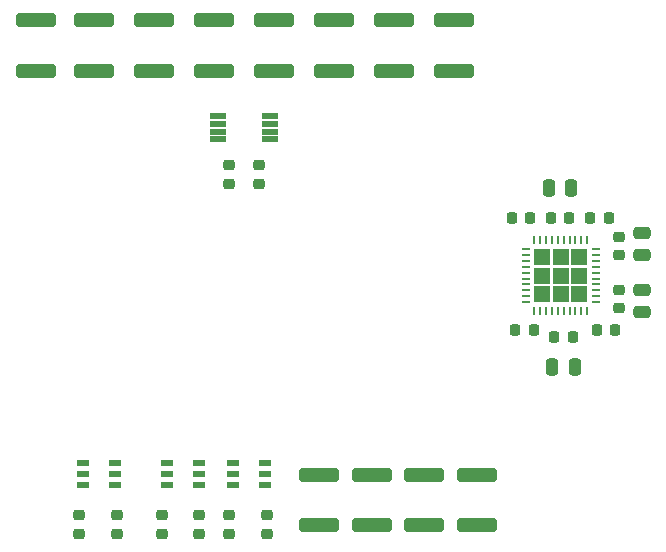
<source format=gtp>
G04 #@! TF.GenerationSoftware,KiCad,Pcbnew,7.0.9*
G04 #@! TF.CreationDate,2024-03-05T18:49:30-08:00*
G04 #@! TF.ProjectId,SSM3582_v02,53534d33-3538-4325-9f76-30322e6b6963,rev?*
G04 #@! TF.SameCoordinates,Original*
G04 #@! TF.FileFunction,Paste,Top*
G04 #@! TF.FilePolarity,Positive*
%FSLAX46Y46*%
G04 Gerber Fmt 4.6, Leading zero omitted, Abs format (unit mm)*
G04 Created by KiCad (PCBNEW 7.0.9) date 2024-03-05 18:49:30*
%MOMM*%
%LPD*%
G01*
G04 APERTURE LIST*
G04 Aperture macros list*
%AMRoundRect*
0 Rectangle with rounded corners*
0 $1 Rounding radius*
0 $2 $3 $4 $5 $6 $7 $8 $9 X,Y pos of 4 corners*
0 Add a 4 corners polygon primitive as box body*
4,1,4,$2,$3,$4,$5,$6,$7,$8,$9,$2,$3,0*
0 Add four circle primitives for the rounded corners*
1,1,$1+$1,$2,$3*
1,1,$1+$1,$4,$5*
1,1,$1+$1,$6,$7*
1,1,$1+$1,$8,$9*
0 Add four rect primitives between the rounded corners*
20,1,$1+$1,$2,$3,$4,$5,0*
20,1,$1+$1,$4,$5,$6,$7,0*
20,1,$1+$1,$6,$7,$8,$9,0*
20,1,$1+$1,$8,$9,$2,$3,0*%
G04 Aperture macros list end*
%ADD10RoundRect,0.225000X0.225000X0.250000X-0.225000X0.250000X-0.225000X-0.250000X0.225000X-0.250000X0*%
%ADD11RoundRect,0.250000X-1.450000X0.312500X-1.450000X-0.312500X1.450000X-0.312500X1.450000X0.312500X0*%
%ADD12RoundRect,0.250000X-0.250000X-0.475000X0.250000X-0.475000X0.250000X0.475000X-0.250000X0.475000X0*%
%ADD13RoundRect,0.225000X-0.250000X0.225000X-0.250000X-0.225000X0.250000X-0.225000X0.250000X0.225000X0*%
%ADD14RoundRect,0.225000X0.250000X-0.225000X0.250000X0.225000X-0.250000X0.225000X-0.250000X-0.225000X0*%
%ADD15R,1.422400X0.508000*%
%ADD16RoundRect,0.250000X0.475000X-0.250000X0.475000X0.250000X-0.475000X0.250000X-0.475000X-0.250000X0*%
%ADD17RoundRect,0.250000X1.450000X-0.312500X1.450000X0.312500X-1.450000X0.312500X-1.450000X-0.312500X0*%
%ADD18R,0.762000X0.254000*%
%ADD19R,0.254000X0.762000*%
%ADD20RoundRect,0.225000X-0.225000X-0.250000X0.225000X-0.250000X0.225000X0.250000X-0.225000X0.250000X0*%
%ADD21RoundRect,0.250000X-0.475000X0.250000X-0.475000X-0.250000X0.475000X-0.250000X0.475000X0.250000X0*%
%ADD22R,1.000000X0.550000*%
G04 APERTURE END LIST*
G36*
X171306834Y-92258634D02*
G01*
X169940500Y-92258634D01*
X169940500Y-90892300D01*
X171306834Y-90892300D01*
X171306834Y-92258634D01*
G37*
G36*
X171306834Y-93824967D02*
G01*
X169940500Y-93824967D01*
X169940500Y-92458633D01*
X171306834Y-92458633D01*
X171306834Y-93824967D01*
G37*
G36*
X171306834Y-95391300D02*
G01*
X169940500Y-95391300D01*
X169940500Y-94024966D01*
X171306834Y-94024966D01*
X171306834Y-95391300D01*
G37*
G36*
X172873167Y-92258634D02*
G01*
X171506833Y-92258634D01*
X171506833Y-90892300D01*
X172873167Y-90892300D01*
X172873167Y-92258634D01*
G37*
G36*
X172873167Y-93824967D02*
G01*
X171506833Y-93824967D01*
X171506833Y-92458633D01*
X172873167Y-92458633D01*
X172873167Y-93824967D01*
G37*
G36*
X172873167Y-95391300D02*
G01*
X171506833Y-95391300D01*
X171506833Y-94024966D01*
X172873167Y-94024966D01*
X172873167Y-95391300D01*
G37*
G36*
X174439500Y-92258634D02*
G01*
X173073166Y-92258634D01*
X173073166Y-90892300D01*
X174439500Y-90892300D01*
X174439500Y-92258634D01*
G37*
G36*
X174439500Y-93824967D02*
G01*
X173073166Y-93824967D01*
X173073166Y-92458633D01*
X174439500Y-92458633D01*
X174439500Y-93824967D01*
G37*
G36*
X174439500Y-95391300D02*
G01*
X173073166Y-95391300D01*
X173073166Y-94024966D01*
X174439500Y-94024966D01*
X174439500Y-95391300D01*
G37*
D10*
X169620000Y-88265000D03*
X168070000Y-88265000D03*
X169900000Y-97790000D03*
X168350000Y-97790000D03*
D11*
X153035000Y-71507500D03*
X153035000Y-75782500D03*
D12*
X171490600Y-100914200D03*
X173390600Y-100914200D03*
D13*
X147320000Y-113432500D03*
X147320000Y-114982500D03*
D11*
X160655000Y-110025000D03*
X160655000Y-114300000D03*
D14*
X177165000Y-91440000D03*
X177165000Y-89890000D03*
D15*
X147612100Y-81604999D03*
X147612100Y-80955001D03*
X147612100Y-80304999D03*
X147612100Y-79655001D03*
X143217900Y-79655001D03*
X143217900Y-80304999D03*
X143217900Y-80955001D03*
X143217900Y-81604999D03*
D16*
X179070000Y-91440000D03*
X179070000Y-89540000D03*
D13*
X138430000Y-113432500D03*
X138430000Y-114982500D03*
D14*
X144145000Y-114982500D03*
X144145000Y-113432500D03*
D17*
X142875000Y-75782500D03*
X142875000Y-71507500D03*
D11*
X147955000Y-71507500D03*
X147955000Y-75782500D03*
D18*
X169218200Y-90891799D03*
X169218200Y-91391801D03*
X169218200Y-91891800D03*
X169218200Y-92391799D03*
X169218200Y-92891800D03*
X169218200Y-93391800D03*
X169218200Y-93891801D03*
X169218200Y-94391800D03*
X169218200Y-94891799D03*
X169218200Y-95391801D03*
D19*
X169939999Y-96113600D03*
X170440001Y-96113600D03*
X170940000Y-96113600D03*
X171439999Y-96113600D03*
X171940000Y-96113600D03*
X172440000Y-96113600D03*
X172940001Y-96113600D03*
X173440000Y-96113600D03*
X173939999Y-96113600D03*
X174440001Y-96113600D03*
D18*
X175161800Y-95391801D03*
X175161800Y-94891799D03*
X175161800Y-94391800D03*
X175161800Y-93891801D03*
X175161800Y-93391800D03*
X175161800Y-92891800D03*
X175161800Y-92391799D03*
X175161800Y-91891800D03*
X175161800Y-91391801D03*
X175161800Y-90891799D03*
D19*
X174440001Y-90170000D03*
X173939999Y-90170000D03*
X173440000Y-90170000D03*
X172940001Y-90170000D03*
X172440000Y-90170000D03*
X171940000Y-90170000D03*
X171439999Y-90170000D03*
X170940000Y-90170000D03*
X170440001Y-90170000D03*
X169939999Y-90170000D03*
D12*
X171175000Y-85725000D03*
X173075000Y-85725000D03*
D13*
X141605000Y-113432500D03*
X141605000Y-114982500D03*
D11*
X158115000Y-71507500D03*
X158115000Y-75782500D03*
D20*
X175234000Y-97790000D03*
X176784000Y-97790000D03*
D11*
X165100000Y-110025000D03*
X165100000Y-114300000D03*
D21*
X179070000Y-94361000D03*
X179070000Y-96261000D03*
D11*
X163195000Y-71507500D03*
X163195000Y-75782500D03*
D20*
X171665000Y-98374200D03*
X173215000Y-98374200D03*
D22*
X144452350Y-108997497D03*
X144452350Y-109947497D03*
X144452350Y-110897497D03*
X147152350Y-110897497D03*
X147152350Y-109947497D03*
X147152350Y-108997497D03*
D13*
X144145000Y-83805000D03*
X144145000Y-85355000D03*
X134620000Y-113432500D03*
X134620000Y-114982500D03*
D20*
X171385000Y-88265000D03*
X172935000Y-88265000D03*
D11*
X151765000Y-110025000D03*
X151765000Y-114300000D03*
D13*
X177165000Y-94335000D03*
X177165000Y-95885000D03*
D20*
X174700000Y-88265000D03*
X176250000Y-88265000D03*
D22*
X138902450Y-108992499D03*
X138902450Y-109942499D03*
X138902450Y-110892499D03*
X141602450Y-110892499D03*
X141602450Y-109942499D03*
X141602450Y-108992499D03*
D11*
X156210000Y-110025000D03*
X156210000Y-114300000D03*
D17*
X132715000Y-75782500D03*
X132715000Y-71507500D03*
X137795000Y-75782500D03*
X137795000Y-71507500D03*
D13*
X131445000Y-113432500D03*
X131445000Y-114982500D03*
D17*
X127765000Y-75782500D03*
X127765000Y-71507500D03*
D13*
X146685000Y-83805000D03*
X146685000Y-85355000D03*
D22*
X131752350Y-108992499D03*
X131752350Y-109942499D03*
X131752350Y-110892499D03*
X134452350Y-110892499D03*
X134452350Y-109942499D03*
X134452350Y-108992499D03*
M02*

</source>
